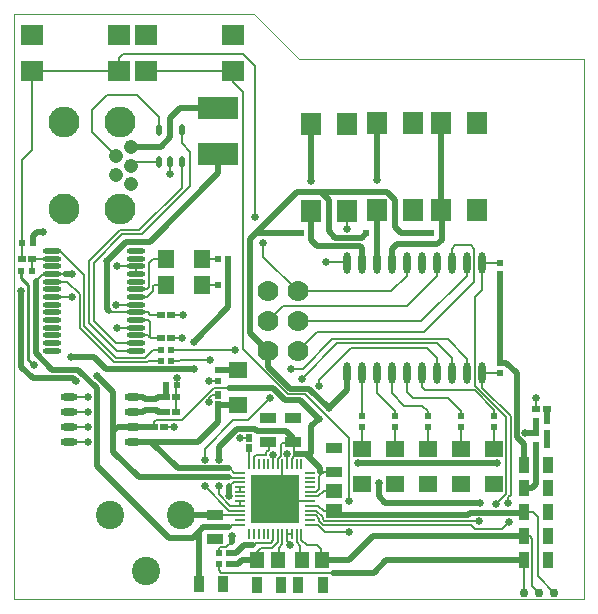
<source format=gtl>
G04*
G04 #@! TF.GenerationSoftware,Altium Limited,Altium Designer,19.1.8 (144)*
G04*
G04 Layer_Physical_Order=1*
G04 Layer_Color=255*
%FSLAX25Y25*%
%MOIN*%
G70*
G01*
G75*
%ADD13C,0.01000*%
%ADD14C,0.00600*%
%ADD16C,0.00050*%
%ADD17C,0.00000*%
%ADD18R,0.15945X0.15945*%
%ADD19O,0.00787X0.03347*%
%ADD20O,0.03347X0.00787*%
%ADD21O,0.06102X0.01772*%
%ADD22R,0.07480X0.06693*%
%ADD23R,0.06693X0.07480*%
%ADD24R,0.13386X0.07480*%
%ADD25R,0.05500X0.06300*%
%ADD26R,0.06300X0.05500*%
%ADD27R,0.02165X0.02165*%
%ADD28R,0.05709X0.03543*%
%ADD29R,0.02165X0.02165*%
%ADD30R,0.02598X0.02441*%
%ADD31R,0.03543X0.05709*%
%ADD32R,0.02441X0.02598*%
%ADD33R,0.04606X0.05787*%
%ADD34R,0.05787X0.04606*%
%ADD35O,0.05709X0.02362*%
%ADD36O,0.02362X0.07284*%
%ADD37O,0.01968X0.03937*%
%ADD66C,0.02000*%
%ADD67C,0.04756*%
%ADD68O,0.10299X0.10299*%
%ADD69C,0.10299*%
%ADD70C,0.07000*%
%ADD71C,0.09449*%
%ADD72C,0.02500*%
%ADD73C,0.03000*%
D13*
X2378Y107122D02*
Y109500D01*
X4700Y79800D02*
X6500Y78000D01*
X4700Y79800D02*
Y104800D01*
X2378Y107122D02*
X4700Y104800D01*
D14*
X172900Y29000D02*
X174400Y27500D01*
Y7600D02*
Y27500D01*
Y7600D02*
X179800Y2200D01*
X71537Y29563D02*
X75287D01*
X63400Y37700D02*
X71537Y29563D01*
X71922Y31138D02*
X75287D01*
X68100Y34959D02*
Y37800D01*
Y34959D02*
X71922Y31138D01*
X141000Y85300D02*
X145900Y80400D01*
X107597Y85300D02*
X141000D01*
X95800Y73503D02*
X107597Y85300D01*
X106000Y86700D02*
X144400D01*
X96100Y76800D02*
X106000Y86700D01*
X92300Y76800D02*
X96100D01*
X144400Y86700D02*
X150900Y80200D01*
X101700Y71000D02*
Y73200D01*
X112300Y83800D01*
X137500D01*
X140900Y80400D01*
X155900Y70497D02*
X165400Y60997D01*
Y34800D02*
Y60997D01*
X164700Y34100D02*
X165400Y34800D01*
X164700Y32000D02*
Y34100D01*
X155900Y70497D02*
Y75295D01*
X72220Y24720D02*
X75287D01*
X89397Y52197D02*
X92633D01*
X88800Y51600D02*
X89397Y52197D01*
X88800Y47760D02*
Y51600D01*
X90960Y48360D02*
X91000Y48400D01*
X92512Y46871D02*
X93300Y47660D01*
X92512Y45213D02*
Y46871D01*
X102125Y13000D02*
Y16675D01*
X171900Y21000D02*
X172700Y20200D01*
Y4500D02*
Y20200D01*
Y4500D02*
X175000Y2200D01*
X169965Y21000D02*
X171900D01*
X169965Y2165D02*
Y13000D01*
Y29000D02*
X172900D01*
X97000Y68300D02*
X111450Y53850D01*
Y32850D02*
Y53850D01*
X91100Y68300D02*
X97000D01*
X163950Y35177D02*
Y60750D01*
X111450Y32850D02*
X111600Y32700D01*
X153500Y71200D02*
X163950Y60750D01*
X54072Y71400D02*
Y73900D01*
X9457Y108457D02*
X12525D01*
X7200Y106200D02*
X9457Y108457D01*
X160500Y31727D02*
X163950Y35177D01*
X162600Y23500D02*
X164900Y25800D01*
X103333Y26072D02*
X154772D01*
X101605Y40969D02*
X103100Y42465D01*
X101986D02*
X103100D01*
X93300Y47660D02*
Y51865D01*
X92800Y52365D02*
X93300Y51865D01*
X87823Y46783D02*
X88800Y47760D01*
X87823Y45248D02*
Y46783D01*
X87787Y45213D02*
X87823Y45248D01*
X86151Y48151D02*
X86182Y48121D01*
Y45243D02*
Y48121D01*
Y45243D02*
X86213Y45213D01*
X90960Y45236D02*
Y48360D01*
X90937Y45213D02*
X90960Y45236D01*
X173968Y66968D02*
X174000Y67000D01*
X84800Y49841D02*
Y50965D01*
X84001Y49042D02*
X84800Y49841D01*
X84001Y48101D02*
Y49042D01*
X83900Y48000D02*
X84001Y48101D01*
X92900Y52365D02*
X93648D01*
X92800D02*
X92900D01*
X92633Y52197D02*
X92800Y52365D01*
X110606Y112400D02*
X110900Y112106D01*
X104000Y112400D02*
X110606D01*
X110923Y123400D02*
Y129526D01*
X87787Y32713D02*
X98713D01*
X89362Y35862D02*
Y45213D01*
X145900Y75295D02*
Y80400D01*
X140900Y75295D02*
Y80400D01*
X76100Y83300D02*
X91100Y68300D01*
X76100Y83300D02*
Y169200D01*
X77800Y59700D02*
X85300Y67200D01*
X72900Y59700D02*
X77800D01*
X63400Y50200D02*
X72900Y59700D01*
X63400Y46500D02*
Y50200D01*
X101172Y24839D02*
X103511Y22500D01*
X98713Y24839D02*
X101172D01*
X103511Y22500D02*
X111600D01*
X102837Y24872D02*
X152228D01*
X153600Y23500D01*
X102806Y26599D02*
X103333Y26072D01*
X101606Y26102D02*
X102837Y24872D01*
X173968Y63400D02*
Y66968D01*
X153600Y23500D02*
X162600D01*
X101606Y26102D02*
Y26794D01*
X100570Y29527D02*
X102806Y27291D01*
Y26599D02*
Y27291D01*
X98748Y29527D02*
X100570D01*
X98713Y29563D02*
X98748Y29527D01*
X100448Y27952D02*
X101606Y26794D01*
X98748Y27952D02*
X100448D01*
X98713Y27988D02*
X98748Y27952D01*
X42600Y121600D02*
X58700Y137700D01*
X35994Y121600D02*
X42600D01*
X58700Y137700D02*
Y149000D01*
X41700Y123200D02*
X55740Y137240D01*
X35331Y123200D02*
X41700D01*
X55740Y137240D02*
Y145685D01*
X69000Y8900D02*
X106300D01*
X68128Y9772D02*
X69000Y8900D01*
X68128Y9772D02*
Y11600D01*
X78268Y53700D02*
X78300Y53732D01*
X75200Y53700D02*
X78268D01*
X50032Y57400D02*
X53200D01*
X64900Y67000D02*
X65965Y68065D01*
X64900Y65700D02*
Y67000D01*
X65000Y72900D02*
X65043Y72857D01*
X68000D01*
X65965Y68065D02*
X68000D01*
X54032Y71361D02*
X54072Y71400D01*
X54032Y67400D02*
Y71361D01*
Y62400D02*
Y67400D01*
X52232Y87000D02*
X56000D01*
X52032D02*
X52232D01*
X54900Y79500D02*
X55200Y79800D01*
X52272Y79500D02*
X54900D01*
X55200Y79800D02*
X65200D01*
X66643Y70500D02*
X71400D01*
X2428Y113539D02*
X2528Y113639D01*
X2428Y113539D02*
X2468Y113500D01*
X80300Y127300D02*
Y177900D01*
X76300Y181900D02*
X80300Y177900D01*
X36200Y181900D02*
X76300D01*
X82800Y114200D02*
X94400Y102600D01*
X82800Y114200D02*
Y118900D01*
X34826Y180526D02*
X36200Y181900D01*
X34826Y176177D02*
Y180526D01*
X153500Y71200D02*
Y100600D01*
X155900Y103000D01*
Y112106D01*
X103100Y42465D02*
X106600D01*
X101605Y36919D02*
Y40969D01*
X155900Y75295D02*
X155900Y75294D01*
X162000D01*
X162000Y112106D02*
X162000Y112106D01*
X155900Y112106D02*
X162000D01*
X52272Y83000D02*
X73500D01*
X56043Y59900D02*
X66643Y70500D01*
X52332Y94900D02*
X56100D01*
X45200D02*
X48868D01*
X44439Y95661D02*
X45200Y94900D01*
X40675Y95661D02*
X44439D01*
X46452Y104900D02*
X50600D01*
X46100Y104549D02*
X46452Y104900D01*
X46100Y102600D02*
Y104549D01*
X44280Y100779D02*
X46100Y102600D01*
X40675Y100779D02*
X44280D01*
X44900Y112200D02*
X46100Y113400D01*
X50600D01*
X44900Y104100D02*
Y112200D01*
X44172Y103373D02*
X44900Y104100D01*
X40709Y103373D02*
X44172D01*
X40675Y103339D02*
X40709Y103373D01*
X47300Y59900D02*
X56043D01*
X46569Y59169D02*
X47300Y59900D01*
X46569Y57401D02*
Y59169D01*
X46568Y57400D02*
X46569Y57401D01*
X150900Y75295D02*
Y80200D01*
X136700Y89200D02*
X153381Y105881D01*
X101000Y89200D02*
X136700D01*
X94400Y82600D02*
X101000Y89200D01*
X80500Y48000D02*
X83900D01*
X79913Y47413D02*
X80500Y48000D01*
X79913Y45213D02*
Y47413D01*
X78300Y50268D02*
X78339Y50229D01*
Y45213D02*
Y50229D01*
X2528Y113639D02*
Y118700D01*
Y146528D01*
X5826Y149826D01*
Y176177D01*
X5922Y113564D02*
X5932Y113575D01*
X5922Y109500D02*
Y113564D01*
X12475Y113575D02*
X12500Y113600D01*
X5932Y113575D02*
X12475D01*
X90937Y19352D02*
Y21787D01*
Y19352D02*
X91750Y18539D01*
Y18050D02*
Y18539D01*
X70693Y17293D02*
X72495Y19095D01*
X68200Y15372D02*
Y16800D01*
X68128Y15300D02*
X68200Y15372D01*
Y16800D02*
X68693Y17293D01*
X70693D01*
X66976Y27988D02*
X75287D01*
X66965Y28000D02*
X66976Y27988D01*
X71700Y37600D02*
X73112Y39012D01*
X75287D01*
X86002Y17214D02*
X87787Y19000D01*
Y21787D01*
X80900Y13000D02*
Y15900D01*
X79514Y18114D02*
X80214Y18814D01*
X85414D01*
X86213Y19613D02*
Y21787D01*
X85414Y18814D02*
X86213Y19613D01*
X82214Y17214D02*
X86002D01*
X89362Y18312D02*
Y21787D01*
X75287Y35862D02*
Y37318D01*
X26550Y112156D02*
X35994Y121600D01*
X26550Y92850D02*
Y112156D01*
Y92850D02*
X33975Y85425D01*
X16843Y108457D02*
X16900Y108400D01*
X12525Y108457D02*
X16843D01*
X15525Y115872D02*
X23350Y108047D01*
X12787Y115872D02*
X15525D01*
X23350Y91150D02*
Y108047D01*
X24950Y92050D02*
Y112819D01*
X35331Y123200D01*
X17688Y105898D02*
X21750Y101836D01*
X12525Y105898D02*
X17688D01*
X24950Y92050D02*
X34134Y82866D01*
X73026Y172274D02*
X76100Y169200D01*
X73026Y172274D02*
Y176177D01*
X31600Y96024D02*
X31963Y95661D01*
X40675D01*
X136900Y69600D02*
X153400D01*
X135900Y70600D02*
X136900Y69600D01*
X135900Y70600D02*
Y75295D01*
X153400Y69600D02*
X159900Y63100D01*
X133000Y67000D02*
X144500D01*
X130900Y69100D02*
X133000Y67000D01*
X130900Y69100D02*
Y75295D01*
X144500Y67000D02*
X148897Y62603D01*
X130000Y64500D02*
X136000D01*
X125900Y68600D02*
X130000Y64500D01*
X125900Y68600D02*
Y75295D01*
X136000Y64500D02*
X137897Y62603D01*
X126900Y60972D02*
Y62600D01*
X120900Y68600D02*
X126900Y62600D01*
X120900Y68600D02*
Y75295D01*
X159900Y60972D02*
Y63100D01*
X148897Y60975D02*
Y62603D01*
Y60975D02*
X148900Y60972D01*
X137897Y60975D02*
Y62603D01*
Y60975D02*
X137900Y60972D01*
X115900D02*
Y75295D01*
X75287Y31138D02*
Y32594D01*
X145900Y112106D02*
Y116900D01*
X130900Y107900D02*
Y112106D01*
X147000Y118000D02*
X152148D01*
X153381Y116767D01*
X145900Y116900D02*
X147000Y118000D01*
X33255Y78982D02*
X44351D01*
X44869Y79500D02*
X48728D01*
X44351Y78982D02*
X44869Y79500D01*
X150900Y107900D02*
Y112106D01*
X140900Y107900D02*
Y112106D01*
X46106Y83000D02*
X48728D01*
X43688Y80582D02*
X46106Y83000D01*
X45008Y87492D02*
X45500Y87000D01*
X44516Y87984D02*
X45008Y87492D01*
X45100Y87584D01*
X45500Y87000D02*
X48768D01*
X40675Y87984D02*
X44516D01*
X71500Y24000D02*
X72220Y24720D01*
X21750Y90487D02*
X33255Y78982D01*
X34134Y82866D02*
X40675D01*
X21750Y90487D02*
Y101836D01*
X23350Y91150D02*
X33918Y80582D01*
X43688D01*
X12525Y116134D02*
X12787Y115872D01*
X153381Y105881D02*
Y116767D01*
X89600Y97800D02*
X130800D01*
X84400Y92600D02*
X89600Y97800D01*
X130800D02*
X140900Y107900D01*
X125600Y102600D02*
X130900Y107900D01*
X94400Y102600D02*
X125600D01*
X135600Y92600D02*
X150900Y107900D01*
X94400Y92600D02*
X135600D01*
X88225Y17175D02*
X89362Y18312D01*
X88225Y13000D02*
Y17175D01*
X80900Y15900D02*
X82214Y17214D01*
X100548Y35862D02*
X101605Y36919D01*
X98713Y35862D02*
X100548D01*
X91056Y21787D02*
X92393D01*
X101362Y31138D02*
X103158Y29342D01*
X106533D01*
X98713Y31138D02*
X101362D01*
X101387Y34287D02*
X103158Y36058D01*
X106533D01*
X106600Y36125D01*
X98713Y34287D02*
X101387D01*
X88968Y35469D02*
X89362Y35862D01*
X87000Y33500D02*
X88968Y35469D01*
X87000Y33500D02*
X87787Y32713D01*
X100800Y18000D02*
X102125Y16675D01*
X97546Y18000D02*
X100800D01*
X95661Y19884D02*
X97546Y18000D01*
X95661Y19884D02*
Y21787D01*
X95275Y13000D02*
Y17825D01*
X94087Y19013D02*
X95275Y17825D01*
X94087Y19013D02*
Y21787D01*
X71500Y43600D02*
X71946D01*
X73384Y42161D01*
X75287D01*
X71500Y40600D02*
X71513Y40587D01*
X75287D01*
X44026Y176177D02*
X73026D01*
X55740Y151960D02*
X58700Y149000D01*
X55740Y151960D02*
Y156315D01*
X33975Y85425D02*
X40675D01*
X18072Y52400D02*
X24500D01*
X18072Y57400D02*
X24500D01*
X18072Y62400D02*
X24500D01*
X24400Y67400D02*
X24500Y67300D01*
X18072Y67400D02*
X24400D01*
X45100Y87584D02*
Y92400D01*
X44398Y93102D02*
X45100Y92400D01*
X40675Y93102D02*
X44398D01*
X62400Y104900D02*
X67828D01*
X62400Y113400D02*
X67828D01*
X52000Y141600D02*
Y145685D01*
X34100Y90543D02*
X40675D01*
X40675Y90543D01*
X34000Y98220D02*
X40675D01*
X40675Y98220D01*
Y108457D02*
Y111016D01*
X34100Y111016D02*
X34100Y111016D01*
X40675D01*
X19200Y100779D02*
X19200Y100779D01*
X12525Y100779D02*
X19200D01*
X12500Y113600D02*
X12525Y113575D01*
X5826Y176177D02*
X34826D01*
X39869Y144567D02*
X40987Y145685D01*
X38744Y144567D02*
X39869D01*
X40987Y145685D02*
X48260D01*
X26000Y155736D02*
Y163000D01*
Y155736D02*
X34020Y147716D01*
X26000Y163000D02*
X31000Y168000D01*
X41000D01*
X48260Y160740D01*
Y156315D02*
Y160740D01*
X159900Y50100D02*
Y57428D01*
X148900Y50100D02*
Y57428D01*
X137900Y50100D02*
Y57428D01*
X126900Y50100D02*
Y57428D01*
X115900Y50100D02*
Y57428D01*
D16*
X0Y0D02*
X190000D01*
Y180000D01*
X95000D02*
X190000D01*
X80000Y195000D02*
X95000Y180000D01*
X0Y195000D02*
X80000D01*
X0Y0D02*
Y195000D01*
D17*
X38941Y128425D02*
Y131575D01*
X31461D02*
X38941D01*
X31461Y128425D02*
Y131575D01*
Y128425D02*
X38941D01*
X20240Y157559D02*
Y160709D01*
X12760D02*
X20240D01*
X12760Y157559D02*
Y160709D01*
Y157559D02*
X20240D01*
X38941D02*
Y160709D01*
X31461D02*
X38941D01*
X31461Y157559D02*
Y160709D01*
Y157559D02*
X38941D01*
X20240Y128425D02*
Y131575D01*
X12760D02*
X20240D01*
X12760Y128425D02*
Y131575D01*
Y128425D02*
X20240D01*
D18*
X87000Y33500D02*
D03*
D19*
X78339Y45213D02*
D03*
X79913D02*
D03*
X81488D02*
D03*
X83063D02*
D03*
X84638D02*
D03*
X86213D02*
D03*
X87787D02*
D03*
X89362D02*
D03*
X90937D02*
D03*
X92512D02*
D03*
X94087D02*
D03*
X95661D02*
D03*
Y21787D02*
D03*
X94087D02*
D03*
X92512D02*
D03*
X90937D02*
D03*
X89362D02*
D03*
X87787D02*
D03*
X86213D02*
D03*
X84638D02*
D03*
X83063D02*
D03*
X81488D02*
D03*
X79913D02*
D03*
X78339D02*
D03*
D20*
X98713Y42161D02*
D03*
Y40587D02*
D03*
Y39012D02*
D03*
Y37437D02*
D03*
Y35862D02*
D03*
Y34287D02*
D03*
Y32713D02*
D03*
Y31138D02*
D03*
Y29563D02*
D03*
Y27988D02*
D03*
Y26413D02*
D03*
Y24839D02*
D03*
X75287D02*
D03*
Y26413D02*
D03*
Y27988D02*
D03*
Y29563D02*
D03*
Y31138D02*
D03*
Y32713D02*
D03*
Y34287D02*
D03*
Y35862D02*
D03*
Y37437D02*
D03*
Y39012D02*
D03*
Y40587D02*
D03*
Y42161D02*
D03*
D21*
X12525Y116134D02*
D03*
Y113575D02*
D03*
Y111016D02*
D03*
Y108457D02*
D03*
Y105898D02*
D03*
Y103339D02*
D03*
Y100779D02*
D03*
Y98220D02*
D03*
Y95661D02*
D03*
Y93102D02*
D03*
Y90543D02*
D03*
Y87984D02*
D03*
Y85425D02*
D03*
Y82866D02*
D03*
X40675Y116134D02*
D03*
Y113575D02*
D03*
Y111016D02*
D03*
Y108457D02*
D03*
Y105898D02*
D03*
Y103339D02*
D03*
Y100779D02*
D03*
Y98220D02*
D03*
Y95661D02*
D03*
Y93102D02*
D03*
Y90543D02*
D03*
Y87984D02*
D03*
Y85425D02*
D03*
Y82866D02*
D03*
D22*
X5826Y188177D02*
D03*
Y176177D02*
D03*
X34826Y188177D02*
D03*
Y176177D02*
D03*
X44026Y188177D02*
D03*
Y176177D02*
D03*
X73026Y188177D02*
D03*
Y176177D02*
D03*
D23*
X142323Y129826D02*
D03*
X154323D02*
D03*
X142323Y158826D02*
D03*
X154323D02*
D03*
X120923Y129626D02*
D03*
X132923D02*
D03*
X120923Y158626D02*
D03*
X132923D02*
D03*
X98923Y129526D02*
D03*
X110923D02*
D03*
X98923Y158526D02*
D03*
X110923D02*
D03*
D24*
X68000Y163677D02*
D03*
Y148323D02*
D03*
D25*
X50600Y104900D02*
D03*
X62400D02*
D03*
X50600Y113400D02*
D03*
X62400D02*
D03*
D26*
X159900Y38300D02*
D03*
Y50100D02*
D03*
X148900Y38300D02*
D03*
Y50100D02*
D03*
X137900Y38300D02*
D03*
Y50100D02*
D03*
X126900Y38300D02*
D03*
Y50100D02*
D03*
X115900Y38300D02*
D03*
Y50100D02*
D03*
X74500Y76400D02*
D03*
Y64600D02*
D03*
D27*
X115900Y57428D02*
D03*
Y60972D02*
D03*
X68000Y72857D02*
D03*
Y76400D02*
D03*
X45900Y63128D02*
D03*
Y66672D02*
D03*
X137900Y60972D02*
D03*
Y57428D02*
D03*
X126900Y60972D02*
D03*
Y57428D02*
D03*
X148900Y60972D02*
D03*
Y57428D02*
D03*
X159900Y60972D02*
D03*
Y57428D02*
D03*
X162000Y75294D02*
D03*
Y78838D02*
D03*
Y112106D02*
D03*
Y108562D02*
D03*
D28*
X106600Y50535D02*
D03*
Y42465D02*
D03*
X67000Y19965D02*
D03*
Y28035D02*
D03*
X92800Y60435D02*
D03*
Y52365D02*
D03*
X84700Y60371D02*
D03*
Y52300D02*
D03*
D29*
X2378Y109500D02*
D03*
X5922D02*
D03*
X2528Y118700D02*
D03*
X6072D02*
D03*
X142472Y122200D02*
D03*
X138928D02*
D03*
X120872Y122100D02*
D03*
X117328D02*
D03*
X98972D02*
D03*
X95428D02*
D03*
X52272Y79500D02*
D03*
X48728D02*
D03*
X52272Y83000D02*
D03*
X48728D02*
D03*
X177472Y51400D02*
D03*
X173928D02*
D03*
X177472Y55400D02*
D03*
X173928D02*
D03*
X71672Y15300D02*
D03*
X68128D02*
D03*
X68128Y11600D02*
D03*
X71672D02*
D03*
X177472Y59400D02*
D03*
X173928D02*
D03*
X67828Y113400D02*
D03*
X71372D02*
D03*
X67828Y104900D02*
D03*
X71372D02*
D03*
X50528Y71400D02*
D03*
X54072D02*
D03*
D30*
X2468Y113575D02*
D03*
X5932D02*
D03*
X177432Y63400D02*
D03*
X173968D02*
D03*
X52332Y94900D02*
D03*
X48868D02*
D03*
X52232Y87000D02*
D03*
X48768D02*
D03*
X54032Y67400D02*
D03*
X50568D02*
D03*
X54032Y62400D02*
D03*
X50568D02*
D03*
X50032Y57400D02*
D03*
X46568D02*
D03*
D31*
X169865Y44900D02*
D03*
X177935D02*
D03*
X169893Y37000D02*
D03*
X177964D02*
D03*
X169965Y29000D02*
D03*
X178035D02*
D03*
X169965Y21000D02*
D03*
X178035D02*
D03*
X169965Y13000D02*
D03*
X178035D02*
D03*
X102735Y4900D02*
D03*
X94665D02*
D03*
X80765D02*
D03*
X88835D02*
D03*
X61465Y5000D02*
D03*
X69535D02*
D03*
D32*
X68000Y64600D02*
D03*
Y68065D02*
D03*
X78300Y53732D02*
D03*
Y50268D02*
D03*
D33*
X80875Y13000D02*
D03*
X87725D02*
D03*
X102625D02*
D03*
X95775D02*
D03*
D34*
X106600Y29275D02*
D03*
Y36125D02*
D03*
D35*
X39528Y52400D02*
D03*
Y57400D02*
D03*
Y62400D02*
D03*
Y67400D02*
D03*
X18072Y52400D02*
D03*
Y57400D02*
D03*
Y62400D02*
D03*
Y67400D02*
D03*
D36*
X110900Y75295D02*
D03*
X115900D02*
D03*
X120900D02*
D03*
X125900D02*
D03*
X130900D02*
D03*
X135900D02*
D03*
X140900D02*
D03*
X145900D02*
D03*
X150900D02*
D03*
X155900Y75295D02*
D03*
X110900Y112106D02*
D03*
X115900D02*
D03*
X120900D02*
D03*
X125900D02*
D03*
X130900D02*
D03*
X135900D02*
D03*
X140900D02*
D03*
X145900D02*
D03*
X150900D02*
D03*
X155900D02*
D03*
D37*
X55740Y156315D02*
D03*
X52000D02*
D03*
X48260D02*
D03*
X55740Y145685D02*
D03*
X52000D02*
D03*
X48260D02*
D03*
D66*
X92900Y52365D02*
Y53800D01*
X115778Y120550D02*
X117328Y122100D01*
X104900Y122700D02*
X107050Y120550D01*
X115778D01*
X167450Y54220D02*
Y75350D01*
Y54220D02*
X169865Y51805D01*
X164045Y78755D02*
X167450Y75350D01*
X21300Y76500D02*
X27500Y70300D01*
X12700Y76500D02*
X21300D01*
X7200Y82000D02*
X12700Y76500D01*
X115200Y117800D02*
X115900Y117100D01*
Y112106D02*
Y117100D01*
X101000Y117800D02*
X115200D01*
X99040Y119760D02*
X101000Y117800D01*
X89153Y56000D02*
X90700D01*
X89117Y55964D02*
X89153Y56000D01*
X80851Y55964D02*
X89117D01*
X80183Y56631D02*
X80851Y55964D01*
X169886Y28922D02*
X169965Y29000D01*
X161725Y28922D02*
X169886D01*
X114400Y45400D02*
X161000D01*
X121400Y34500D02*
Y38900D01*
Y34500D02*
X123700Y32200D01*
X169865Y44900D02*
Y51805D01*
X162083Y78755D02*
X164045D01*
X162000Y78838D02*
X162083Y78755D01*
X169893Y37000D02*
X172600D01*
X173928Y38328D01*
Y51400D01*
X71372Y97372D02*
Y104900D01*
X59900Y85900D02*
X71372Y97372D01*
X30500Y76800D02*
X59900D01*
X26500Y80800D02*
X30500Y76800D01*
X18800Y80800D02*
X26500D01*
X6100Y73600D02*
X19565D01*
X2200Y77500D02*
X6100Y73600D01*
X2200Y77500D02*
Y102700D01*
X7200Y82000D02*
Y106200D01*
X19565Y73600D02*
X20265Y72900D01*
X20400D01*
X123700Y32200D02*
X155300D01*
X161680Y28877D02*
X161725Y28922D01*
X159319Y28877D02*
X161680D01*
X159275Y28922D02*
X159319Y28877D01*
X151800Y28922D02*
X159275D01*
X97314Y48486D02*
X101986Y43814D01*
X98486Y48486D02*
X99000Y49000D01*
X97314Y48486D02*
X98486D01*
X101986Y42465D02*
Y43814D01*
X93850Y48486D02*
X97314D01*
X151078Y28200D02*
X151800Y28922D01*
X107675Y28200D02*
X151078D01*
X90700Y56000D02*
X92900Y53800D01*
X106600Y29275D02*
X107675Y28200D01*
X104900Y122700D02*
Y133100D01*
X170300Y55400D02*
X173928D01*
X99000Y57700D02*
X101400Y60100D01*
X99000Y49000D02*
Y57700D01*
X6154Y120954D02*
X7645Y122445D01*
X9545D01*
X9600Y122500D01*
X6154Y118783D02*
Y120954D01*
X6072Y118700D02*
X6154Y118783D01*
X27500Y44500D02*
Y70300D01*
Y44500D02*
X51500Y20500D01*
X27700Y74300D02*
X33000Y69000D01*
Y56000D02*
Y69000D01*
X91887Y70200D02*
X98300D01*
X95100Y66400D02*
X101400Y60100D01*
X90313Y66400D02*
X95100D01*
X86213Y70500D02*
X90313Y66400D01*
X98300Y70200D02*
X104900Y63600D01*
X84540Y77547D02*
X91887Y70200D01*
X71400Y70500D02*
X86213D01*
X84540Y77547D02*
Y82460D01*
X84400Y82600D02*
X84540Y82460D01*
X54500Y43600D02*
X71500D01*
X45700Y52400D02*
X54500Y43600D01*
X41400Y40600D02*
X71500D01*
X33000Y49000D02*
X41400Y40600D01*
X74101Y56631D02*
X80183D01*
X68100Y50630D02*
X74101Y56631D01*
X68100Y46500D02*
Y50630D01*
X71700Y34400D02*
Y37600D01*
X119500Y21000D02*
X169965D01*
X111500Y13000D02*
X119500Y21000D01*
X45200Y119200D02*
X68000Y142000D01*
X37200Y119200D02*
X45200D01*
X68000Y142000D02*
Y148323D01*
X78400Y88600D02*
X84400Y82600D01*
X80500Y122100D02*
X94300Y135900D01*
X80500Y122100D02*
X95428D01*
X94300Y135900D02*
X102100D01*
X78400Y120000D02*
X80500Y122100D01*
X33000Y56000D02*
X34400Y57400D01*
X33000Y49000D02*
Y56000D01*
X120923Y139677D02*
Y158626D01*
X102100Y135900D02*
X124100D01*
X126900Y133100D01*
X142323Y129826D02*
Y158826D01*
X98923Y139577D02*
Y158526D01*
X128900Y122200D02*
X138928D01*
X126900Y124200D02*
X128900Y122200D01*
X126900Y124200D02*
Y133100D01*
X102100Y135900D02*
X104900Y133100D01*
X162000Y78838D02*
Y108562D01*
X47953Y62547D02*
X50420D01*
X47454Y63046D02*
X47953Y62547D01*
X45983Y63046D02*
X47454D01*
X50420Y62547D02*
X50568Y62400D01*
X45700Y52400D02*
X61300D01*
X68000Y59100D01*
X39528Y52400D02*
X45700D01*
X68000Y59100D02*
Y64600D01*
X104900Y63600D02*
X110900Y69600D01*
Y75295D01*
X106300Y8900D02*
X119900D01*
X124000Y13000D01*
X72495Y19095D02*
Y21095D01*
X72500Y21100D01*
X76514Y18114D02*
X79514D01*
X16900Y108400D02*
X19200D01*
X78400Y88600D02*
Y120000D01*
X74500Y76400D02*
X74500Y76400D01*
X68000Y76400D02*
X74500D01*
X74500Y64600D02*
X74500Y64600D01*
X68000Y64600D02*
X74500D01*
X30750Y96874D02*
X31600Y96024D01*
X30750Y96874D02*
Y112750D01*
X37200Y119200D01*
X98923Y129526D02*
X98972Y128677D01*
Y122100D02*
Y128677D01*
X99040Y119760D02*
Y122032D01*
X98972Y122100D02*
X99040Y122032D01*
X142423Y128726D02*
X142472Y128677D01*
Y122200D02*
Y128677D01*
X140900Y118400D02*
X142389Y119889D01*
Y122117D01*
X142472Y122200D01*
X127400Y118400D02*
X140900D01*
X125900Y116900D02*
X127400Y118400D01*
X125900Y112106D02*
Y116900D01*
X120872Y128675D02*
X120923Y129626D01*
X120872Y122100D02*
Y128675D01*
Y122100D02*
X120900Y122072D01*
Y112106D02*
Y122072D01*
X177432Y63400D02*
X177472Y63361D01*
Y59400D02*
Y63361D01*
Y51400D02*
Y55400D01*
X173928D02*
Y59400D01*
X124000Y13000D02*
X169965D01*
X102625D02*
X111500D01*
X106533Y29342D02*
X106600Y29275D01*
X51500Y20500D02*
X59500D01*
X61465Y22465D01*
X63000Y24000D02*
X71500D01*
X61465Y22465D02*
X63000Y24000D01*
X61465Y5000D02*
Y22465D01*
X55177Y163677D02*
X68000D01*
X52000Y160500D02*
X55177Y163677D01*
X52000Y156315D02*
Y160500D01*
X75900Y13000D02*
X80875D01*
X80900D01*
X73783Y15383D02*
X76514Y18114D01*
X71754Y15383D02*
X73783D01*
X71672Y15300D02*
X71754Y15383D01*
X74500Y11600D02*
X75900Y13000D01*
X71672Y11600D02*
X74500D01*
X50528Y67439D02*
Y71400D01*
Y67439D02*
X50568Y67400D01*
X50470Y67303D02*
X50568Y67400D01*
X47903Y67303D02*
X50470D01*
X47354Y66754D02*
X47903Y67303D01*
X45983Y66754D02*
X47354D01*
X45900Y66672D02*
X45983Y66754D01*
X42969Y67331D02*
X43560Y66740D01*
X45832D01*
X45900Y66672D01*
X39598Y67331D02*
X42969D01*
X39528Y67400D02*
X39598Y67331D01*
X45900Y63128D02*
X45983Y63046D01*
X42969Y62469D02*
X43560Y63060D01*
X45832D01*
X45900Y63128D01*
X39598Y62469D02*
X42969D01*
X39528Y62400D02*
X39598Y62469D01*
X39528Y57400D02*
X46568D01*
X55500Y28000D02*
X66965D01*
X34400Y57400D02*
X39528D01*
X71372Y104900D02*
Y113400D01*
X48866Y150866D02*
X52000Y154000D01*
Y156315D01*
X38744Y150866D02*
X48866D01*
D67*
X38744D02*
D03*
Y144567D02*
D03*
Y138268D02*
D03*
X34020Y147716D02*
D03*
Y141417D02*
D03*
D68*
X16500Y159134D02*
D03*
X35201D02*
D03*
Y130000D02*
D03*
D69*
X16500D02*
D03*
D70*
X94400Y82600D02*
D03*
X84400D02*
D03*
X94400Y92600D02*
D03*
X84400D02*
D03*
X94400Y102600D02*
D03*
X84400D02*
D03*
D71*
X55500Y28000D02*
D03*
X32000D02*
D03*
X43780Y9496D02*
D03*
D72*
X92905Y27595D02*
D03*
X88968D02*
D03*
X85031D02*
D03*
X81094D02*
D03*
Y31532D02*
D03*
X92905D02*
D03*
Y35469D02*
D03*
Y39406D02*
D03*
X88968D02*
D03*
X85031D02*
D03*
X81094D02*
D03*
Y35469D02*
D03*
X88968Y31532D02*
D03*
X85031D02*
D03*
X88968Y35469D02*
D03*
X85031D02*
D03*
X91000Y48400D02*
D03*
X121400Y38900D02*
D03*
X114400Y45400D02*
D03*
X159900Y38300D02*
D03*
X169865Y44900D02*
D03*
X177935D02*
D03*
X59900Y85900D02*
D03*
Y76800D02*
D03*
X54100Y73900D02*
D03*
X18800Y80800D02*
D03*
X6500Y78000D02*
D03*
X177964Y37000D02*
D03*
X2200Y102700D02*
D03*
X155300Y32200D02*
D03*
X160500Y31727D02*
D03*
X164900Y25800D02*
D03*
X154772Y26072D02*
D03*
X164700Y32000D02*
D03*
X169893Y37000D02*
D03*
X174000Y67000D02*
D03*
X170300Y55400D02*
D03*
X161000Y45400D02*
D03*
X86151Y48151D02*
D03*
X104000Y112400D02*
D03*
X110923Y123400D02*
D03*
X106600Y50535D02*
D03*
X9600Y122500D02*
D03*
X20400Y72900D02*
D03*
X27700Y74300D02*
D03*
X101700Y71000D02*
D03*
X92300Y76800D02*
D03*
X95800Y73503D02*
D03*
X85300Y67200D02*
D03*
X63400Y46500D02*
D03*
Y37700D02*
D03*
X68100Y46500D02*
D03*
Y37800D02*
D03*
X71700Y34400D02*
D03*
X111600Y22500D02*
D03*
X75200Y53700D02*
D03*
X53200Y57400D02*
D03*
X64900Y65700D02*
D03*
X65000Y72900D02*
D03*
X65200Y79800D02*
D03*
X82800Y118900D02*
D03*
X80300Y127300D02*
D03*
X110923Y158526D02*
D03*
X120923Y139677D02*
D03*
X98923Y139577D02*
D03*
X73026Y188177D02*
D03*
X44026D02*
D03*
X34826D02*
D03*
X5826D02*
D03*
X132923Y158626D02*
D03*
X154323Y158826D02*
D03*
Y129826D02*
D03*
X132923Y129626D02*
D03*
X110923Y129526D02*
D03*
X120923Y129626D02*
D03*
X98923Y129526D02*
D03*
X73500Y83000D02*
D03*
X56100Y94900D02*
D03*
X104900Y63600D02*
D03*
X101400Y60100D02*
D03*
X106600Y42465D02*
D03*
X91750Y18050D02*
D03*
X88835Y4900D02*
D03*
X94665D02*
D03*
X72500Y21100D02*
D03*
X19200Y108400D02*
D03*
X30750Y112750D02*
D03*
X111600Y32700D02*
D03*
X178000Y13000D02*
D03*
Y21000D02*
D03*
Y29000D02*
D03*
X69535Y5000D02*
D03*
X92800Y60435D02*
D03*
X84700Y60371D02*
D03*
X126900Y38300D02*
D03*
X137900D02*
D03*
X148900D02*
D03*
X115900D02*
D03*
X102735Y4900D02*
D03*
X80765D02*
D03*
X67000Y19965D02*
D03*
X56000Y87000D02*
D03*
X24500Y52400D02*
D03*
Y57400D02*
D03*
Y62400D02*
D03*
Y67300D02*
D03*
X52000Y141600D02*
D03*
X34100Y90543D02*
D03*
X34000Y98220D02*
D03*
X34100Y111016D02*
D03*
X19200Y100779D02*
D03*
D73*
X179800Y2200D02*
D03*
X175000D02*
D03*
X169965D02*
D03*
M02*

</source>
